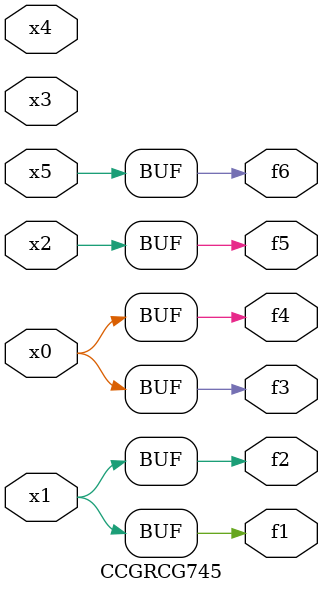
<source format=v>
module CCGRCG745(
	input x0, x1, x2, x3, x4, x5,
	output f1, f2, f3, f4, f5, f6
);
	assign f1 = x1;
	assign f2 = x1;
	assign f3 = x0;
	assign f4 = x0;
	assign f5 = x2;
	assign f6 = x5;
endmodule

</source>
